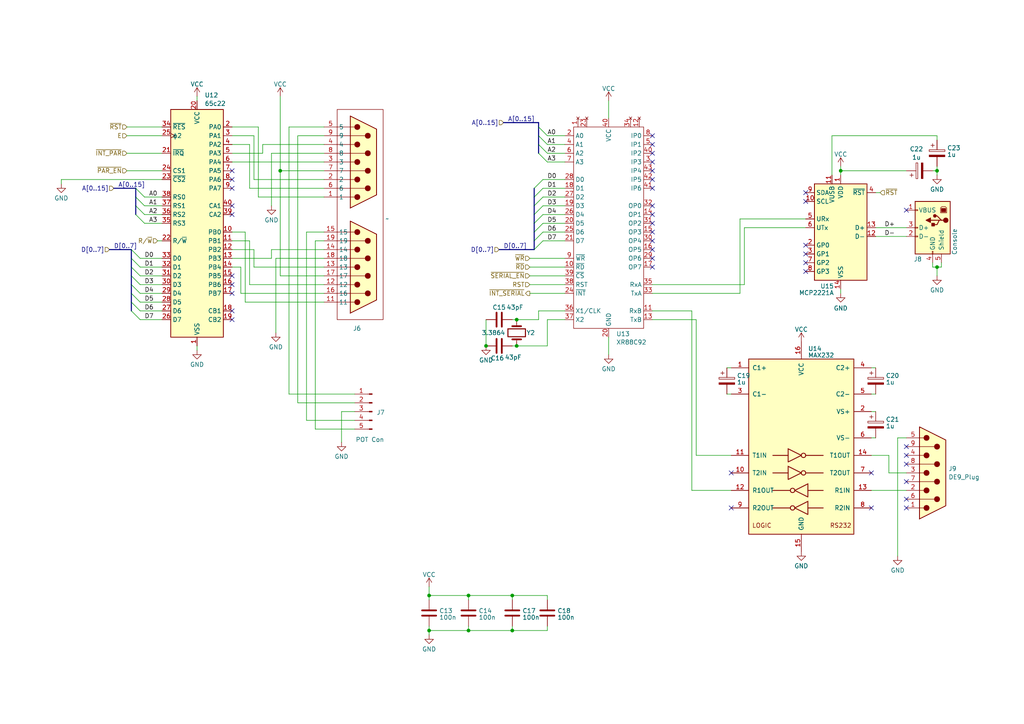
<source format=kicad_sch>
(kicad_sch (version 20231120) (generator "eeschema") (generator_version "8.0")
  (paper "A4")
  (lib_symbols
    (symbol "Connector:USB_B" (pin_names (offset 1.016))
      (property "Reference" "J" (at -5.08 11.43 0))
      (property "Value" "USB_B" (at -5.08 8.89 0))
      (symbol "USB_B_0_1"
        (rectangle (start -5.08 -7.62) (end 5.08 7.62) (stroke (width 0.254)) (fill (type background)))
        (circle (center -3.81 2.159) (radius 0.635) (stroke (width 0.254)) (fill (type outline)))
        (rectangle (start -3.81 5.588) (end -2.54 4.572) (fill (type outline)))
        (circle (center -0.635 3.429) (radius 0.381) (stroke (width 0.254)) (fill (type outline)))
        (rectangle (start -0.127 -7.62) (end 0.127 -6.858))
        (polyline (pts (xy -1.905 2.159) (xy 0.635 2.159)) (stroke (width 0.254)))
        (polyline (pts (xy -3.175 2.159) (xy -2.54 2.159) (xy -1.27 3.429) (xy -0.635 3.429)) (stroke (width 0.254)))
        (polyline (pts (xy -2.54 2.159) (xy -1.905 2.159) (xy -1.27 0.889) (xy 0 0.889)) (stroke (width 0.254)))
        (polyline (pts (xy 0.635 2.794) (xy 0.635 1.524) (xy 1.905 2.159) (xy 0.635 2.794)) (stroke (width 0.254)) (fill (type outline)))
        (polyline (pts (xy -4.064 4.318) (xy -2.286 4.318) (xy -2.286 5.715) (xy -2.667 6.096) (xy -3.683 6.096) (xy -4.064 5.715) (xy -4.064 4.318)))
        (rectangle (start 0.254 1.27) (end -0.508 0.508) (stroke (width 0.254)) (fill (type outline)))
        (rectangle (start 5.08 -2.667) (end 4.318 -2.413))
        (rectangle (start 5.08 -0.127) (end 4.318 0.127))
        (rectangle (start 5.08 4.953) (end 4.318 5.207))
      )
      (symbol "USB_B_1_1"
        (pin power_out line (at 7.62 5.08 180) (length 2.54) (name "VBUS") (number "1"))
        (pin bidirectional line (at 7.62 -2.54 180) (length 2.54) (name "D-") (number "2"))
        (pin bidirectional line (at 7.62 0 180) (length 2.54) (name "D+") (number "3"))
        (pin power_out line (at 0 -10.16 90) (length 2.54) (name "GND") (number "4"))
        (pin passive line (at -2.54 -10.16 90) (length 2.54) (name "Shield") (number "5"))
      )
    )
    (symbol "Device:C" (pin_numbers hide) (pin_names (offset 0.254))
      (property "Reference" "C" (at 0.635 2.54 0))
      (property "Value" "C" (at 0.635 -2.54 0))
      (symbol "C_0_1"
        (polyline (pts (xy -2.032 -0.762) (xy 2.032 -0.762)) (stroke (width 0.508)))
        (polyline (pts (xy -2.032 0.762) (xy 2.032 0.762)) (stroke (width 0.508)))
      )
      (symbol "C_1_1"
        (pin passive line (at 0 3.81 270) (length 2.794) (name "~") (number "1"))
        (pin passive line (at 0 -3.81 90) (length 2.794) (name "~") (number "2"))
      )
    )
    (symbol "Device:C_Polarized" (pin_numbers hide) (pin_names (offset 0.254))
      (property "Reference" "C" (at 0.635 2.54 0))
      (property "Value" "C_Polarized" (at 0.635 -2.54 0))
      (symbol "C_Polarized_0_1"
        (rectangle (start -2.286 0.508) (end 2.286 1.016))
        (polyline (pts (xy -1.778 2.286) (xy -0.762 2.286)))
        (polyline (pts (xy -1.27 2.794) (xy -1.27 1.778)))
        (rectangle (start 2.286 -0.508) (end -2.286 -1.016) (fill (type outline)))
      )
      (symbol "C_Polarized_1_1"
        (pin passive line (at 0 3.81 270) (length 2.794) (name "~") (number "1"))
        (pin passive line (at 0 -3.81 90) (length 2.794) (name "~") (number "2"))
      )
    )
    (symbol "Device:Crystal" (pin_numbers hide) (pin_names (offset 1.016) hide)
      (property "Reference" "Y" (at 0 3.81 0))
      (property "Value" "Crystal" (at 0 -3.81 0))
      (symbol "Crystal_0_1"
        (rectangle (start -1.143 2.54) (end 1.143 -2.54) (stroke (width 0.3048)))
        (polyline (pts (xy -2.54 0) (xy -1.905 0)))
        (polyline (pts (xy -1.905 -1.27) (xy -1.905 1.27)) (stroke (width 0.508)))
        (polyline (pts (xy 1.905 -1.27) (xy 1.905 1.27)) (stroke (width 0.508)))
        (polyline (pts (xy 2.54 0) (xy 1.905 0)))
      )
      (symbol "Crystal_1_1"
        (pin passive line (at -3.81 0 0) (length 1.27) (name "1") (number "1"))
        (pin passive line (at 3.81 0 180) (length 1.27) (name "2") (number "2"))
      )
    )
    (symbol "Dual-DB9:Conn_01x05_Pin" (pin_names (offset 1.016) hide)
      (property "Reference" "J" (at 0 7.62 0))
      (property "Value" "Conn_01x05_Pin" (at 0 -7.62 0))
      (symbol "Conn_01x05_Pin_1_1"
        (polyline (pts (xy 1.27 -5.08) (xy 0.8636 -5.08)) (stroke (width 0.1524)))
        (polyline (pts (xy 1.27 -2.54) (xy 0.8636 -2.54)) (stroke (width 0.1524)))
        (polyline (pts (xy 1.27 0) (xy 0.8636 0)) (stroke (width 0.1524)))
        (polyline (pts (xy 1.27 2.54) (xy 0.8636 2.54)) (stroke (width 0.1524)))
        (polyline (pts (xy 1.27 5.08) (xy 0.8636 5.08)) (stroke (width 0.1524)))
        (rectangle (start 0.8636 -4.953) (end 0 -5.207) (stroke (width 0.1524)) (fill (type outline)))
        (rectangle (start 0.8636 -2.413) (end 0 -2.667) (stroke (width 0.1524)) (fill (type outline)))
        (rectangle (start 0.8636 0.127) (end 0 -0.127) (stroke (width 0.1524)) (fill (type outline)))
        (rectangle (start 0.8636 2.667) (end 0 2.413) (stroke (width 0.1524)) (fill (type outline)))
        (rectangle (start 0.8636 5.207) (end 0 4.953) (stroke (width 0.1524)) (fill (type outline)))
        (pin passive line (at 5.08 5.08 180) (length 3.81) (name "Pin_1") (number "1"))
        (pin passive line (at 5.08 2.54 180) (length 3.81) (name "Pin_2") (number "2"))
        (pin passive line (at 5.08 0 180) (length 3.81) (name "Pin_3") (number "3"))
        (pin passive line (at 5.08 -2.54 180) (length 3.81) (name "Pin_4") (number "4"))
        (pin passive line (at 5.08 -5.08 180) (length 3.81) (name "Pin_5") (number "5"))
      )
    )
    (symbol "Dual-DB9:DE9_Plug" (pin_names (offset 1.016) hide)
      (property "Reference" "J" (at 0 13.97 0))
      (property "Value" "DE9_Plug" (at 0 -14.605 0))
      (symbol "DE9_Plug_0_1"
        (circle (center -1.778 -10.16) (radius 0.762) (fill (type outline)))
        (circle (center -1.778 -5.08) (radius 0.762) (fill (type outline)))
        (circle (center -1.778 0) (radius 0.762) (fill (type outline)))
        (circle (center -1.778 5.08) (radius 0.762) (fill (type outline)))
        (circle (center -1.778 10.16) (radius 0.762) (fill (type outline)))
        (polyline (pts (xy -3.81 -10.16) (xy -2.54 -10.16)))
        (polyline (pts (xy -3.81 -7.62) (xy 0.508 -7.62)))
        (polyline (pts (xy -3.81 -5.08) (xy -2.54 -5.08)))
        (polyline (pts (xy -3.81 -2.54) (xy 0.508 -2.54)))
        (polyline (pts (xy -3.81 0) (xy -2.54 0)))
        (polyline (pts (xy -3.81 2.54) (xy 0.508 2.54)))
        (polyline (pts (xy -3.81 5.08) (xy -2.54 5.08)))
        (polyline (pts (xy -3.81 7.62) (xy 0.508 7.62)))
        (polyline (pts (xy -3.81 10.16) (xy -2.54 10.16)))
        (polyline (pts (xy -3.81 -13.335) (xy -3.81 13.335) (xy 3.81 9.525) (xy 3.81 -9.525) (xy -3.81 -13.335)) (stroke (width 0.254)) (fill (type background)))
        (circle (center 1.27 -7.62) (radius 0.762) (fill (type outline)))
        (circle (center 1.27 -2.54) (radius 0.762) (fill (type outline)))
        (circle (center 1.27 2.54) (radius 0.762) (fill (type outline)))
        (circle (center 1.27 7.62) (radius 0.762) (fill (type outline)))
      )
      (symbol "DE9_Plug_1_1"
        (pin passive line (at -7.62 -10.16 0) (length 3.81) (name "1") (number "1"))
        (pin passive line (at -7.62 -5.08 0) (length 3.81) (name "2") (number "2"))
        (pin passive line (at -7.62 0 0) (length 3.81) (name "3") (number "3"))
        (pin passive line (at -7.62 5.08 0) (length 3.81) (name "4") (number "4"))
        (pin passive line (at -7.62 10.16 0) (length 3.81) (name "5") (number "5"))
        (pin passive line (at -7.62 -7.62 0) (length 3.81) (name "6") (number "6"))
        (pin passive line (at -7.62 -2.54 0) (length 3.81) (name "7") (number "7"))
        (pin passive line (at -7.62 2.54 0) (length 3.81) (name "8") (number "8"))
        (pin passive line (at -7.62 7.62 0) (length 3.81) (name "9") (number "9"))
      )
    )
    (symbol "Interface_UART:MAX232" (pin_names (offset 1.016))
      (property "Reference" "U" (at -2.54 28.575 0))
      (property "Value" "MAX232" (at -2.54 26.67 0))
      (symbol "MAX232_0_0"
        (text "LOGIC" (at -11.43 -22.86 0) (effects (font (size 1.27 1.27))))
        (text "RS232" (at 11.43 -22.86 0) (effects (font (size 1.27 1.27))))
      )
      (symbol "MAX232_0_1"
        (rectangle (start -15.24 -25.4) (end 15.24 25.4) (stroke (width 0.254)) (fill (type background)))
        (circle (center -2.54 -17.78) (radius 0.635) (stroke (width 0.254)))
        (circle (center -2.54 -12.7) (radius 0.635) (stroke (width 0.254)))
        (polyline (pts (xy -3.81 -7.62) (xy -8.255 -7.62)) (stroke (width 0.254)))
        (polyline (pts (xy -3.81 -2.54) (xy -8.255 -2.54)) (stroke (width 0.254)))
        (polyline (pts (xy -3.175 -17.78) (xy -8.255 -17.78)) (stroke (width 0.254)))
        (polyline (pts (xy -3.175 -12.7) (xy -8.255 -12.7)) (stroke (width 0.254)))
        (polyline (pts (xy 1.27 -7.62) (xy 6.35 -7.62)) (stroke (width 0.254)))
        (polyline (pts (xy 1.27 -2.54) (xy 6.35 -2.54)) (stroke (width 0.254)))
        (polyline (pts (xy 1.905 -17.78) (xy 6.35 -17.78)) (stroke (width 0.254)))
        (polyline (pts (xy 1.905 -12.7) (xy 6.35 -12.7)) (stroke (width 0.254)))
        (polyline (pts (xy -3.81 -5.715) (xy -3.81 -9.525) (xy 0 -7.62) (xy -3.81 -5.715)) (stroke (width 0.254)))
        (polyline (pts (xy -3.81 -0.635) (xy -3.81 -4.445) (xy 0 -2.54) (xy -3.81 -0.635)) (stroke (width 0.254)))
        (polyline (pts (xy 1.905 -15.875) (xy 1.905 -19.685) (xy -1.905 -17.78) (xy 1.905 -15.875)) (stroke (width 0.254)))
        (polyline (pts (xy 1.905 -10.795) (xy 1.905 -14.605) (xy -1.905 -12.7) (xy 1.905 -10.795)) (stroke (width 0.254)))
        (circle (center 0.635 -7.62) (radius 0.635) (stroke (width 0.254)))
        (circle (center 0.635 -2.54) (radius 0.635) (stroke (width 0.254)))
      )
      (symbol "MAX232_1_1"
        (pin passive line (at -20.32 22.86 0) (length 5.08) (name "C1+") (number "1"))
        (pin input line (at -20.32 -7.62 0) (length 5.08) (name "T2IN") (number "10"))
        (pin input line (at -20.32 -2.54 0) (length 5.08) (name "T1IN") (number "11"))
        (pin output line (at -20.32 -12.7 0) (length 5.08) (name "R1OUT") (number "12"))
        (pin input line (at 20.32 -12.7 180) (length 5.08) (name "R1IN") (number "13"))
        (pin output line (at 20.32 -2.54 180) (length 5.08) (name "T1OUT") (number "14"))
        (pin power_in line (at 0 -30.48 90) (length 5.08) (name "GND") (number "15"))
        (pin power_in line (at 0 30.48 270) (length 5.08) (name "VCC") (number "16"))
        (pin power_out line (at 20.32 10.16 180) (length 5.08) (name "VS+") (number "2"))
        (pin passive line (at -20.32 15.24 0) (length 5.08) (name "C1-") (number "3"))
        (pin passive line (at 20.32 22.86 180) (length 5.08) (name "C2+") (number "4"))
        (pin passive line (at 20.32 15.24 180) (length 5.08) (name "C2-") (number "5"))
        (pin power_out line (at 20.32 2.54 180) (length 5.08) (name "VS-") (number "6"))
        (pin output line (at 20.32 -7.62 180) (length 5.08) (name "T2OUT") (number "7"))
        (pin input line (at 20.32 -17.78 180) (length 5.08) (name "R2IN") (number "8"))
        (pin output line (at -20.32 -17.78 0) (length 5.08) (name "R2OUT") (number "9"))
      )
    )
    (symbol "Interface_USB:MCP2221AxP"
      (property "Reference" "U" (at -7.62 16.51 0))
      (property "Value" "MCP2221AxP" (at 12.7 16.51 0))
      (symbol "MCP2221AxP_0_1"
        (rectangle (start -7.62 15.24) (end 7.62 -12.7) (stroke (width 0.254)) (fill (type background)))
      )
      (symbol "MCP2221AxP_1_1"
        (pin power_in line (at 0 17.78 270) (length 2.54) (name "VDD") (number "1"))
        (pin bidirectional line (at 10.16 10.16 180) (length 2.54) (name "SCL") (number "10"))
        (pin passive line (at 2.54 17.78 270) (length 2.54) (name "VUSB") (number "11"))
        (pin bidirectional line (at -10.16 0 0) (length 2.54) (name "D-") (number "12"))
        (pin bidirectional line (at -10.16 2.54 0) (length 2.54) (name "D+") (number "13"))
        (pin power_in line (at 0 -15.24 90) (length 2.54) (name "VSS") (number "14"))
        (pin bidirectional line (at 10.16 -2.54 180) (length 2.54) (name "GP0") (number "2"))
        (pin bidirectional line (at 10.16 -5.08 180) (length 2.54) (name "GP1") (number "3"))
        (pin input line (at -10.16 12.7 0) (length 2.54) (name "~{RST}") (number "4"))
        (pin input line (at 10.16 5.08 180) (length 2.54) (name "URx") (number "5"))
        (pin output line (at 10.16 2.54 180) (length 2.54) (name "UTx") (number "6"))
        (pin bidirectional line (at 10.16 -7.62 180) (length 2.54) (name "GP2") (number "7"))
        (pin bidirectional line (at 10.16 -10.16 180) (length 2.54) (name "GP3") (number "8"))
        (pin bidirectional line (at 10.16 12.7 180) (length 2.54) (name "SDA") (number "9"))
      )
    )
    (symbol "PCM_65xx-library:6522"
      (property "Reference" "U" (at 2.54 38.1 0))
      (property "Value" "6522" (at 2.54 35.56 0))
      (symbol "6522_0_1"
        (rectangle (start -7.62 33.02) (end 7.62 -33.02) (stroke (width 0.254)) (fill (type background)))
      )
      (symbol "6522_1_1"
        (pin power_in line (at 0 -35.56 90) (length 2.54) (name "VSS") (number "1"))
        (pin bidirectional line (at 10.16 -2.54 180) (length 2.54) (name "PB0") (number "10"))
        (pin bidirectional line (at 10.16 -5.08 180) (length 2.54) (name "PB1") (number "11"))
        (pin bidirectional line (at 10.16 -7.62 180) (length 2.54) (name "PB2") (number "12"))
        (pin bidirectional line (at 10.16 -10.16 180) (length 2.54) (name "PB3") (number "13"))
        (pin bidirectional line (at 10.16 -12.7 180) (length 2.54) (name "PB4") (number "14"))
        (pin bidirectional line (at 10.16 -15.24 180) (length 2.54) (name "PB5") (number "15"))
        (pin bidirectional line (at 10.16 -17.78 180) (length 2.54) (name "PB6") (number "16"))
        (pin bidirectional line (at 10.16 -20.32 180) (length 2.54) (name "PB7") (number "17"))
        (pin input line (at 10.16 -25.4 180) (length 2.54) (name "CB1") (number "18"))
        (pin bidirectional line (at 10.16 -27.94 180) (length 2.54) (name "CB2") (number "19"))
        (pin bidirectional line (at 10.16 27.94 180) (length 2.54) (name "PA0") (number "2"))
        (pin power_in line (at 0 35.56 270) (length 2.54) (name "VCC") (number "20"))
        (pin open_collector line (at -10.16 20.32 0) (length 2.54) (name "~{IRQ}") (number "21"))
        (pin input line (at -10.16 -5.08 0) (length 2.54) (name "R/~{W}") (number "22"))
        (pin input line (at -10.16 12.7 0) (length 2.54) (name "~{CS2}") (number "23"))
        (pin input line (at -10.16 15.24 0) (length 2.54) (name "CS1") (number "24"))
        (pin input clock (at -10.16 25.4 0) (length 2.54) (name "ϕ2") (number "25"))
        (pin bidirectional line (at -10.16 -27.94 0) (length 2.54) (name "D7") (number "26"))
        (pin bidirectional line (at -10.16 -25.4 0) (length 2.54) (name "D6") (number "27"))
        (pin bidirectional line (at -10.16 -22.86 0) (length 2.54) (name "D5") (number "28"))
        (pin bidirectional line (at -10.16 -20.32 0) (length 2.54) (name "D4") (number "29"))
        (pin bidirectional line (at 10.16 25.4 180) (length 2.54) (name "PA1") (number "3"))
        (pin bidirectional line (at -10.16 -17.78 0) (length 2.54) (name "D3") (number "30"))
        (pin bidirectional line (at -10.16 -15.24 0) (length 2.54) (name "D2") (number "31"))
        (pin bidirectional line (at -10.16 -12.7 0) (length 2.54) (name "D1") (number "32"))
        (pin bidirectional line (at -10.16 -10.16 0) (length 2.54) (name "D0") (number "33"))
        (pin input line (at -10.16 27.94 0) (length 2.54) (name "~{RES}") (number "34"))
        (pin input line (at -10.16 0 0) (length 2.54) (name "RS3") (number "35"))
        (pin input line (at -10.16 2.54 0) (length 2.54) (name "RS2") (number "36"))
        (pin input line (at -10.16 5.08 0) (length 2.54) (name "RS1") (number "37"))
        (pin input line (at -10.16 7.62 0) (length 2.54) (name "RS0") (number "38"))
        (pin bidirectional line (at 10.16 2.54 180) (length 2.54) (name "CA2") (number "39"))
        (pin bidirectional line (at 10.16 22.86 180) (length 2.54) (name "PA2") (number "4"))
        (pin input line (at 10.16 5.08 180) (length 2.54) (name "CA1") (number "40"))
        (pin bidirectional line (at 10.16 20.32 180) (length 2.54) (name "PA3") (number "5"))
        (pin bidirectional line (at 10.16 17.78 180) (length 2.54) (name "PA4") (number "6"))
        (pin bidirectional line (at 10.16 15.24 180) (length 2.54) (name "PA5") (number "7"))
        (pin bidirectional line (at 10.16 12.7 180) (length 2.54) (name "PA6") (number "8"))
        (pin bidirectional line (at 10.16 10.16 180) (length 2.54) (name "PA7") (number "9"))
      )
    )
    (symbol "motherboard:Dual-DB9"
      (property "Reference" "J" (at -1.27 -33.782 0))
      (symbol "Dual-DB9_0_1"
        (polyline (pts (xy -2.54 -25.4) (xy 1.27 -25.4)))
        (polyline (pts (xy -2.54 -22.86) (xy 1.27 -22.86)))
        (polyline (pts (xy -2.54 -20.32) (xy -1.905 -20.32)))
        (polyline (pts (xy -2.54 -17.78) (xy 1.27 -17.78)))
        (polyline (pts (xy -2.54 -15.24) (xy 1.27 -15.24)))
        (polyline (pts (xy -2.54 -12.7) (xy 1.27 -12.7)))
        (polyline (pts (xy -2.54 -10.16) (xy 1.27 -10.16)))
        (polyline (pts (xy -2.54 -5.08) (xy 1.27 -5.08)))
        (polyline (pts (xy -2.54 5.08) (xy 1.27 5.08)))
        (polyline (pts (xy -2.54 7.62) (xy 1.27 7.62)))
        (polyline (pts (xy -2.54 10.16) (xy -1.905 10.16)))
        (polyline (pts (xy -2.54 12.7) (xy 1.27 12.7)))
        (polyline (pts (xy -2.54 15.24) (xy 1.27 15.24)))
        (polyline (pts (xy -2.54 17.78) (xy 1.27 17.78)))
        (polyline (pts (xy -2.54 20.32) (xy 1.27 20.32)))
        (polyline (pts (xy -2.54 25.4) (xy 1.27 25.4)))
        (polyline (pts (xy -1.905 -20.32) (xy 1.27 -20.32)))
        (polyline (pts (xy -1.905 10.16) (xy 1.27 10.16)))
        (polyline (pts (xy 1.27 -25.4) (xy 2.54 -25.4)))
        (polyline (pts (xy 1.27 -22.86) (xy 5.588 -22.86)))
        (polyline (pts (xy 1.27 -20.32) (xy 2.54 -20.32)))
        (polyline (pts (xy 1.27 -17.78) (xy 5.588 -17.78)))
        (polyline (pts (xy 1.27 -15.24) (xy 2.54 -15.24)))
        (polyline (pts (xy 1.27 -12.7) (xy 5.588 -12.7)))
        (polyline (pts (xy 1.27 -10.16) (xy 2.54 -10.16)))
        (polyline (pts (xy 1.27 -7.62) (xy -2.54 -7.62)))
        (polyline (pts (xy 1.27 -7.62) (xy 5.588 -7.62)))
        (polyline (pts (xy 1.27 -5.08) (xy 2.54 -5.08)))
        (polyline (pts (xy 1.27 5.08) (xy 2.54 5.08)))
        (polyline (pts (xy 1.27 7.62) (xy 5.588 7.62)))
        (polyline (pts (xy 1.27 10.16) (xy 2.54 10.16)))
        (polyline (pts (xy 1.27 12.7) (xy 5.588 12.7)))
        (polyline (pts (xy 1.27 15.24) (xy 2.54 15.24)))
        (polyline (pts (xy 1.27 17.78) (xy 5.588 17.78)))
        (polyline (pts (xy 1.27 20.32) (xy 2.54 20.32)))
        (polyline (pts (xy 1.27 22.86) (xy -2.54 22.86)))
        (polyline (pts (xy 1.27 22.86) (xy 5.588 22.86)))
        (polyline (pts (xy 1.27 25.4) (xy 2.54 25.4)))
        (polyline (pts (xy -2.54 30.48) (xy -2.54 -30.48) (xy 10.795 -30.48) (xy 10.795 30.48) (xy -2.54 30.48)))
        (polyline (pts (xy 1.27 -28.575) (xy 1.27 -1.905) (xy 8.89 -5.715) (xy 8.89 -24.765) (xy 1.27 -28.575)) (stroke (width 0.254)) (fill (type background)))
        (polyline (pts (xy 1.27 1.905) (xy 1.27 28.575) (xy 8.89 24.765) (xy 8.89 5.715) (xy 1.27 1.905)) (stroke (width 0.254)) (fill (type background)))
        (circle (center 3.302 -25.4) (radius 0.762) (fill (type outline)))
        (circle (center 3.302 -20.32) (radius 0.762) (fill (type outline)))
        (circle (center 3.302 -15.24) (radius 0.762) (fill (type outline)))
        (circle (center 3.302 -10.16) (radius 0.762) (fill (type outline)))
        (circle (center 3.302 -5.08) (radius 0.762) (fill (type outline)))
        (circle (center 3.302 5.08) (radius 0.762) (fill (type outline)))
        (circle (center 3.302 10.16) (radius 0.762) (fill (type outline)))
        (circle (center 3.302 15.24) (radius 0.762) (fill (type outline)))
        (circle (center 3.302 20.32) (radius 0.762) (fill (type outline)))
        (circle (center 3.302 25.4) (radius 0.762) (fill (type outline)))
        (circle (center 6.35 -22.86) (radius 0.762) (fill (type outline)))
        (circle (center 6.35 -17.78) (radius 0.762) (fill (type outline)))
        (circle (center 6.35 -12.7) (radius 0.762) (fill (type outline)))
        (circle (center 6.35 -7.62) (radius 0.762) (fill (type outline)))
        (circle (center 6.35 7.62) (radius 0.762) (fill (type outline)))
        (circle (center 6.35 12.7) (radius 0.762) (fill (type outline)))
        (circle (center 6.35 17.78) (radius 0.762) (fill (type outline)))
        (circle (center 6.35 22.86) (radius 0.762) (fill (type outline)))
      )
      (symbol "Dual-DB9_1_1"
        (pin passive line (at -6.35 5.08 0) (length 3.81) (name "1") (number "1"))
        (pin passive line (at -6.35 -25.4 0) (length 3.81) (name "11") (number "11"))
        (pin passive line (at -6.35 -20.32 0) (length 3.81) (name "12") (number "12"))
        (pin passive line (at -6.35 -15.24 0) (length 3.81) (name "13") (number "13"))
        (pin passive line (at -6.35 -10.16 0) (length 3.81) (name "14") (number "14"))
        (pin passive line (at -6.35 -5.08 0) (length 3.81) (name "15") (number "15"))
        (pin passive line (at -6.35 -22.86 0) (length 3.81) (name "16") (number "16"))
        (pin passive line (at -6.35 -17.78 0) (length 3.81) (name "17") (number "17"))
        (pin passive line (at -6.35 -12.7 0) (length 3.81) (name "18") (number "18"))
        (pin passive line (at -6.35 -7.62 0) (length 3.81) (name "19") (number "19"))
        (pin passive line (at -6.35 10.16 0) (length 3.81) (name "2") (number "2"))
        (pin passive line (at -6.35 15.24 0) (length 3.81) (name "3") (number "3"))
        (pin passive line (at -6.35 20.32 0) (length 3.81) (name "4") (number "4"))
        (pin passive line (at -6.35 25.4 0) (length 3.81) (name "5") (number "5"))
        (pin passive line (at -6.35 7.62 0) (length 3.81) (name "6") (number "6"))
        (pin passive line (at -6.35 12.7 0) (length 3.81) (name "7") (number "7"))
        (pin passive line (at -6.35 17.78 0) (length 3.81) (name "8") (number "8"))
        (pin passive line (at -6.35 22.86 0) (length 3.81) (name "9") (number "9"))
      )
    )
    (symbol "motherboard:scc2692_plcc44"
      (property "Reference" "U" (at 5.842 -0.254 0))
      (symbol "scc2692_plcc44_0_1"
        (rectangle (start -10.16 59.69) (end 10.16 1.27))
      )
      (symbol "scc2692_plcc44_1_1"
        (pin no_connect line (at -8.89 62.23 270) (length 2.54) (name "") (number "1"))
        (pin input line (at -12.7 19.05 0) (length 2.54) (name "~{RD}") (number "10"))
        (pin input line (at 12.7 6.35 180) (length 2.54) (name "RxB") (number "11"))
        (pin no_connect line (at 8.89 62.23 270) (length 2.54) (name "") (number "12"))
        (pin output line (at 12.7 3.81 180) (length 2.54) (name "TxB") (number "13"))
        (pin output line (at 12.7 34.29 180) (length 2.54) (name "OP1") (number "14"))
        (pin output line (at 12.7 29.21 180) (length 2.54) (name "OP3") (number "15"))
        (pin output line (at 12.7 24.13 180) (length 2.54) (name "OP5") (number "16"))
        (pin output line (at 12.7 19.05 180) (length 2.54) (name "OP7") (number "17"))
        (pin bidirectional line (at -12.7 41.91 0) (length 2.54) (name "D1") (number "18"))
        (pin bidirectional line (at -12.7 36.83 0) (length 2.54) (name "D3") (number "19"))
        (pin input line (at -12.7 57.15 0) (length 2.54) (name "A0") (number "2"))
        (pin bidirectional line (at -12.7 31.75 0) (length 2.54) (name "D5") (number "20"))
        (pin power_in line (at 0 -1.27 90) (length 2.54) (name "GND") (number "20"))
        (pin bidirectional line (at -12.7 26.67 0) (length 2.54) (name "D7") (number "21"))
        (pin no_connect line (at -6.35 62.23 270) (length 2.54) (name "") (number "23"))
        (pin output line (at -12.7 11.43 0) (length 2.54) (name "~{INT}") (number "24"))
        (pin bidirectional line (at -12.7 29.21 0) (length 2.54) (name "D6") (number "25"))
        (pin bidirectional line (at -12.7 34.29 0) (length 2.54) (name "D4") (number "26"))
        (pin bidirectional line (at -12.7 39.37 0) (length 2.54) (name "D2") (number "27"))
        (pin bidirectional line (at -12.7 44.45 0) (length 2.54) (name "D0") (number "28"))
        (pin output line (at 12.7 21.59 180) (length 2.54) (name "OP6") (number "29"))
        (pin input line (at 12.7 49.53 180) (length 2.54) (name "IP3") (number "3"))
        (pin output line (at 12.7 26.67 180) (length 2.54) (name "OP4") (number "30"))
        (pin output line (at 12.7 31.75 180) (length 2.54) (name "OP2") (number "31"))
        (pin output line (at 12.7 36.83 180) (length 2.54) (name "OP0") (number "32"))
        (pin output line (at 12.7 11.43 180) (length 2.54) (name "TxA") (number "33"))
        (pin no_connect line (at 6.35 62.23 270) (length 2.54) (name "") (number "34"))
        (pin input line (at 12.7 13.97 180) (length 2.54) (name "RxA") (number "35"))
        (pin input line (at -12.7 6.35 0) (length 2.54) (name "X1/CLK") (number "36"))
        (pin input line (at -12.7 3.81 0) (length 2.54) (name "X2") (number "37"))
        (pin input line (at -12.7 13.97 0) (length 2.54) (name "RST") (number "38"))
        (pin input line (at -12.7 16.51 0) (length 2.54) (name "~{CS}") (number "39"))
        (pin input line (at -12.7 54.61 0) (length 2.54) (name "A1") (number "4"))
        (pin input line (at 12.7 52.07 180) (length 2.54) (name "IP2") (number "40"))
        (pin power_in line (at 0 62.23 270) (length 2.54) (name "VCC") (number "40"))
        (pin bidirectional line (at 12.7 41.91 180) (length 2.54) (name "IP6") (number "41"))
        (pin bidirectional line (at 12.7 44.45 180) (length 2.54) (name "IP5") (number "42"))
        (pin bidirectional line (at 12.7 46.99 180) (length 2.54) (name "IP4") (number "43"))
        (pin input line (at 12.7 54.61 180) (length 2.54) (name "IP1") (number "5"))
        (pin input line (at -12.7 52.07 0) (length 2.54) (name "A2") (number "6"))
        (pin input line (at -12.7 49.53 0) (length 2.54) (name "A3") (number "7"))
        (pin input line (at 12.7 57.15 180) (length 2.54) (name "IP0") (number "8"))
        (pin input line (at -12.7 21.59 0) (length 2.54) (name "~{WR}") (number "9"))
      )
    )
    (symbol "power:GND" (power) (pin_names (offset 0))
      (property "Value" "GND" (at 0 -3.81 0))
      (symbol "GND_0_1"
        (polyline (pts (xy 0 0) (xy 0 -1.27) (xy 1.27 -1.27) (xy 0 -2.54) (xy -1.27 -1.27) (xy 0 -1.27)))
      )
      (symbol "GND_1_1"
        (pin power_in line (at 0 0 270) (length 0) hide (name "GND") (number "1"))
      )
    )
    (symbol "power:VCC" (power) (pin_names (offset 0))
      (property "Value" "VCC" (at 0 3.81 0))
      (symbol "VCC_0_1"
        (polyline (pts (xy -0.762 1.27) (xy 0 2.54)))
        (polyline (pts (xy 0 0) (xy 0 2.54)))
        (polyline (pts (xy 0 2.54) (xy 0.762 1.27)))
      )
      (symbol "VCC_1_1"
        (pin power_in line (at 0 0 90) (length 0) hide (name "VCC") (number "1"))
      )
    )
  )
  (junction (at 140.97 100.33))
  (junction (at 124.46 172.72))
  (junction (at 135.89 182.88))
  (junction (at 149.86 92.71))
  (junction (at 243.84 49.53))
  (junction (at 135.89 172.72))
  (junction (at 81.28 49.53))
  (junction (at 271.78 77.47))
  (junction (at 271.78 49.53))
  (junction (at 148.59 172.72))
  (junction (at 124.46 182.88))
  (junction (at 148.59 182.88))
  (junction (at 149.86 100.33))
  (no_connect (at 189.23 64.77))
  (no_connect (at 189.23 59.69))
  (no_connect (at 252.73 137.16))
  (no_connect (at 189.23 39.37))
  (no_connect (at 233.68 71.12))
  (no_connect (at 67.31 62.23))
  (no_connect (at 262.89 134.62))
  (no_connect (at 189.23 69.85))
  (no_connect (at 189.23 46.99))
  (no_connect (at 189.23 62.23))
  (no_connect (at 262.89 147.32))
  (no_connect (at 189.23 49.53))
  (no_connect (at 67.31 54.61))
  (no_connect (at 67.31 85.09))
  (no_connect (at 189.23 72.39))
  (no_connect (at 67.31 59.69))
  (no_connect (at 262.89 60.96))
  (no_connect (at 189.23 52.07))
  (no_connect (at 233.68 78.74))
  (no_connect (at 67.31 92.71))
  (no_connect (at 262.89 144.78))
  (no_connect (at 67.31 52.07))
  (no_connect (at 262.89 132.08))
  (no_connect (at 262.89 139.7))
  (no_connect (at 212.09 147.32))
  (no_connect (at 262.89 129.54))
  (no_connect (at 233.68 76.2))
  (no_connect (at 212.09 137.16))
  (no_connect (at 189.23 77.47))
  (no_connect (at 252.73 147.32))
  (no_connect (at 189.23 41.91))
  (no_connect (at 189.23 54.61))
  (no_connect (at 233.68 73.66))
  (no_connect (at 67.31 49.53))
  (no_connect (at 67.31 90.17))
  (no_connect (at 67.31 80.01))
  (no_connect (at 189.23 67.31))
  (no_connect (at 233.68 55.88))
  (no_connect (at 189.23 44.45))
  (no_connect (at 189.23 74.93))
  (no_connect (at 233.68 58.42))
  (no_connect (at 67.31 82.55))
  (bus_entry (at 39.37 62.23) (size 2.54 2.54))
  (bus_entry (at 156.21 41.91) (size 2.54 2.54))
  (bus_entry (at 39.37 54.61) (size 2.54 2.54))
  (bus_entry (at 154.94 62.23) (size 2.54 -2.54))
  (bus_entry (at 156.21 44.45) (size 2.54 2.54))
  (bus_entry (at 154.94 72.39) (size 2.54 -2.54))
  (bus_entry (at 38.1 82.55) (size 2.54 2.54))
  (bus_entry (at 154.94 64.77) (size 2.54 -2.54))
  (bus_entry (at 38.1 87.63) (size 2.54 2.54))
  (bus_entry (at 38.1 80.01) (size 2.54 2.54))
  (bus_entry (at 38.1 74.93) (size 2.54 2.54))
  (bus_entry (at 156.21 39.37) (size 2.54 2.54))
  (bus_entry (at 38.1 90.17) (size 2.54 2.54))
  (bus_entry (at 39.37 57.15) (size 2.54 2.54))
  (bus_entry (at 154.94 69.85) (size 2.54 -2.54))
  (bus_entry (at 156.21 36.83) (size 2.54 2.54))
  (bus_entry (at 154.94 57.15) (size 2.54 -2.54))
  (bus_entry (at 38.1 72.39) (size 2.54 2.54))
  (bus_entry (at 154.94 59.69) (size 2.54 -2.54))
  (bus_entry (at 38.1 85.09) (size 2.54 2.54))
  (bus_entry (at 154.94 54.61) (size 2.54 -2.54))
  (bus_entry (at 154.94 67.31) (size 2.54 -2.54))
  (bus_entry (at 39.37 59.69) (size 2.54 2.54))
  (bus_entry (at 38.1 77.47) (size 2.54 2.54))
  (wire (pts (xy 140.97 92.71) (xy 140.97 100.33)))
  (bus (pts (xy 156.21 39.37) (xy 156.21 41.91)))
  (wire (pts (xy 158.75 46.99) (xy 163.83 46.99)))
  (wire (pts (xy 93.98 77.47) (xy 73.66 77.47)))
  (wire (pts (xy 93.98 82.55) (xy 72.39 82.55)))
  (wire (pts (xy 243.84 48.26) (xy 243.84 49.53)))
  (wire (pts (xy 153.67 80.01) (xy 163.83 80.01)))
  (wire (pts (xy 81.28 27.94) (xy 81.28 49.53)))
  (wire (pts (xy 157.48 67.31) (xy 163.83 67.31)))
  (wire (pts (xy 40.64 77.47) (xy 46.99 77.47)))
  (wire (pts (xy 135.89 182.88) (xy 148.59 182.88)))
  (wire (pts (xy 69.85 85.09) (xy 69.85 77.47)))
  (wire (pts (xy 157.48 54.61) (xy 163.83 54.61)))
  (wire (pts (xy 93.98 54.61) (xy 72.39 54.61)))
  (wire (pts (xy 41.91 64.77) (xy 46.99 64.77)))
  (wire (pts (xy 149.86 100.33) (xy 158.75 100.33)))
  (wire (pts (xy 124.46 182.88) (xy 124.46 184.15)))
  (wire (pts (xy 36.83 39.37) (xy 46.99 39.37)))
  (wire (pts (xy 214.63 63.5) (xy 233.68 63.5)))
  (bus (pts (xy 144.78 72.39) (xy 154.94 72.39)))
  (wire (pts (xy 124.46 181.61) (xy 124.46 182.88)))
  (wire (pts (xy 252.73 114.3) (xy 254 114.3)))
  (bus (pts (xy 156.21 36.83) (xy 156.21 39.37)))
  (wire (pts (xy 78.74 72.39) (xy 78.74 74.93)))
  (bus (pts (xy 31.75 72.39) (xy 38.1 72.39)))
  (wire (pts (xy 40.64 82.55) (xy 46.99 82.55)))
  (wire (pts (xy 273.05 76.2) (xy 273.05 77.47)))
  (wire (pts (xy 78.74 74.93) (xy 67.31 74.93)))
  (bus (pts (xy 154.94 69.85) (xy 154.94 67.31)))
  (wire (pts (xy 148.59 172.72) (xy 158.75 172.72)))
  (bus (pts (xy 154.94 59.69) (xy 154.94 57.15)))
  (wire (pts (xy 135.89 182.88) (xy 135.89 181.61)))
  (wire (pts (xy 93.98 57.15) (xy 74.93 57.15)))
  (wire (pts (xy 74.93 36.83) (xy 67.31 36.83)))
  (wire (pts (xy 201.93 132.08) (xy 212.09 132.08)))
  (wire (pts (xy 73.66 52.07) (xy 73.66 39.37)))
  (bus (pts (xy 39.37 57.15) (xy 39.37 54.61)))
  (wire (pts (xy 210.82 106.68) (xy 212.09 106.68)))
  (wire (pts (xy 148.59 92.71) (xy 149.86 92.71)))
  (wire (pts (xy 72.39 41.91) (xy 72.39 54.61)))
  (wire (pts (xy 72.39 69.85) (xy 67.31 69.85)))
  (wire (pts (xy 91.44 124.46) (xy 91.44 69.85)))
  (wire (pts (xy 40.64 80.01) (xy 46.99 80.01)))
  (wire (pts (xy 252.73 132.08) (xy 257.81 132.08)))
  (wire (pts (xy 158.75 182.88) (xy 158.75 181.61)))
  (wire (pts (xy 86.36 39.37) (xy 93.98 39.37)))
  (wire (pts (xy 67.31 77.47) (xy 69.85 77.47)))
  (wire (pts (xy 124.46 182.88) (xy 135.89 182.88)))
  (bus (pts (xy 156.21 35.56) (xy 156.21 36.83)))
  (wire (pts (xy 73.66 39.37) (xy 67.31 39.37)))
  (wire (pts (xy 99.06 119.38) (xy 99.06 128.27)))
  (wire (pts (xy 93.98 87.63) (xy 71.12 87.63)))
  (wire (pts (xy 243.84 49.53) (xy 262.89 49.53)))
  (wire (pts (xy 40.64 74.93) (xy 46.99 74.93)))
  (wire (pts (xy 93.98 52.07) (xy 73.66 52.07)))
  (wire (pts (xy 45.72 69.85) (xy 46.99 69.85)))
  (wire (pts (xy 158.75 44.45) (xy 163.83 44.45)))
  (wire (pts (xy 78.74 72.39) (xy 93.98 72.39)))
  (wire (pts (xy 40.64 87.63) (xy 46.99 87.63)))
  (bus (pts (xy 38.1 77.47) (xy 38.1 80.01)))
  (wire (pts (xy 176.53 29.21) (xy 176.53 34.29)))
  (wire (pts (xy 135.89 172.72) (xy 148.59 172.72)))
  (wire (pts (xy 148.59 172.72) (xy 148.59 173.99)))
  (wire (pts (xy 81.28 49.53) (xy 81.28 80.01)))
  (wire (pts (xy 41.91 59.69) (xy 46.99 59.69)))
  (wire (pts (xy 157.48 64.77) (xy 163.83 64.77)))
  (wire (pts (xy 257.81 137.16) (xy 262.89 137.16)))
  (wire (pts (xy 157.48 62.23) (xy 163.83 62.23)))
  (wire (pts (xy 93.98 44.45) (xy 78.74 44.45)))
  (wire (pts (xy 157.48 57.15) (xy 163.83 57.15)))
  (wire (pts (xy 102.87 116.84) (xy 86.36 116.84)))
  (wire (pts (xy 215.9 66.04) (xy 233.68 66.04)))
  (wire (pts (xy 73.66 77.47) (xy 73.66 72.39)))
  (wire (pts (xy 252.73 119.38) (xy 254 119.38)))
  (wire (pts (xy 189.23 90.17) (xy 200.66 90.17)))
  (wire (pts (xy 41.91 57.15) (xy 46.99 57.15)))
  (wire (pts (xy 40.64 92.71) (xy 46.99 92.71)))
  (wire (pts (xy 271.78 49.53) (xy 271.78 50.8)))
  (wire (pts (xy 156.21 90.17) (xy 156.21 92.71)))
  (wire (pts (xy 91.44 69.85) (xy 93.98 69.85)))
  (wire (pts (xy 153.67 85.09) (xy 163.83 85.09)))
  (wire (pts (xy 158.75 41.91) (xy 163.83 41.91)))
  (wire (pts (xy 17.78 52.07) (xy 46.99 52.07)))
  (bus (pts (xy 156.21 41.91) (xy 156.21 44.45)))
  (wire (pts (xy 36.83 44.45) (xy 46.99 44.45)))
  (wire (pts (xy 148.59 182.88) (xy 158.75 182.88)))
  (bus (pts (xy 154.94 64.77) (xy 154.94 62.23)))
  (wire (pts (xy 201.93 92.71) (xy 201.93 132.08)))
  (wire (pts (xy 71.12 67.31) (xy 67.31 67.31)))
  (wire (pts (xy 57.15 27.94) (xy 57.15 29.21)))
  (wire (pts (xy 158.75 100.33) (xy 158.75 92.71)))
  (wire (pts (xy 124.46 172.72) (xy 135.89 172.72)))
  (wire (pts (xy 41.91 62.23) (xy 46.99 62.23)))
  (wire (pts (xy 93.98 74.93) (xy 80.01 74.93)))
  (wire (pts (xy 102.87 119.38) (xy 99.06 119.38)))
  (wire (pts (xy 40.64 85.09) (xy 46.99 85.09)))
  (wire (pts (xy 158.75 39.37) (xy 163.83 39.37)))
  (wire (pts (xy 76.2 44.45) (xy 67.31 44.45)))
  (wire (pts (xy 102.87 121.92) (xy 88.9 121.92)))
  (wire (pts (xy 243.84 83.82) (xy 243.84 85.09)))
  (wire (pts (xy 148.59 182.88) (xy 148.59 181.61)))
  (wire (pts (xy 57.15 100.33) (xy 57.15 101.6)))
  (bus (pts (xy 154.94 67.31) (xy 154.94 64.77)))
  (wire (pts (xy 153.67 77.47) (xy 163.83 77.47)))
  (wire (pts (xy 260.35 127) (xy 260.35 161.29)))
  (wire (pts (xy 252.73 106.68) (xy 254 106.68)))
  (wire (pts (xy 241.3 39.37) (xy 241.3 50.8)))
  (wire (pts (xy 78.74 44.45) (xy 78.74 59.69)))
  (wire (pts (xy 102.87 124.46) (xy 91.44 124.46)))
  (wire (pts (xy 200.66 142.24) (xy 212.09 142.24)))
  (wire (pts (xy 215.9 82.55) (xy 189.23 82.55)))
  (wire (pts (xy 214.63 63.5) (xy 214.63 85.09)))
  (wire (pts (xy 86.36 116.84) (xy 86.36 39.37)))
  (wire (pts (xy 189.23 92.71) (xy 201.93 92.71)))
  (wire (pts (xy 93.98 49.53) (xy 81.28 49.53)))
  (bus (pts (xy 39.37 59.69) (xy 39.37 57.15)))
  (wire (pts (xy 157.48 59.69) (xy 163.83 59.69)))
  (wire (pts (xy 83.82 114.3) (xy 102.87 114.3)))
  (wire (pts (xy 271.78 77.47) (xy 271.78 80.01)))
  (bus (pts (xy 38.1 80.01) (xy 38.1 82.55)))
  (wire (pts (xy 67.31 46.99) (xy 93.98 46.99)))
  (bus (pts (xy 38.1 82.55) (xy 38.1 85.09)))
  (wire (pts (xy 71.12 87.63) (xy 71.12 67.31)))
  (wire (pts (xy 176.53 102.87) (xy 176.53 97.79)))
  (wire (pts (xy 158.75 172.72) (xy 158.75 173.99)))
  (wire (pts (xy 271.78 39.37) (xy 241.3 39.37)))
  (bus (pts (xy 38.1 87.63) (xy 38.1 90.17)))
  (wire (pts (xy 271.78 40.64) (xy 271.78 39.37)))
  (wire (pts (xy 148.59 100.33) (xy 149.86 100.33)))
  (wire (pts (xy 93.98 85.09) (xy 69.85 85.09)))
  (wire (pts (xy 243.84 49.53) (xy 243.84 50.8)))
  (wire (pts (xy 252.73 127) (xy 254 127)))
  (bus (pts (xy 38.1 74.93) (xy 38.1 77.47)))
  (wire (pts (xy 271.78 77.47) (xy 270.51 77.47)))
  (wire (pts (xy 163.83 90.17) (xy 156.21 90.17)))
  (wire (pts (xy 17.78 52.07) (xy 17.78 53.34)))
  (wire (pts (xy 254 66.04) (xy 262.89 66.04)))
  (wire (pts (xy 72.39 41.91) (xy 67.31 41.91)))
  (wire (pts (xy 157.48 69.85) (xy 163.83 69.85)))
  (wire (pts (xy 124.46 170.18) (xy 124.46 172.72)))
  (wire (pts (xy 88.9 67.31) (xy 93.98 67.31)))
  (bus (pts (xy 146.05 35.56) (xy 156.21 35.56)))
  (wire (pts (xy 93.98 36.83) (xy 83.82 36.83)))
  (wire (pts (xy 80.01 74.93) (xy 80.01 96.52)))
  (wire (pts (xy 81.28 80.01) (xy 93.98 80.01)))
  (wire (pts (xy 215.9 66.04) (xy 215.9 82.55)))
  (wire (pts (xy 260.35 127) (xy 262.89 127)))
  (wire (pts (xy 73.66 72.39) (xy 67.31 72.39)))
  (bus (pts (xy 38.1 72.39) (xy 38.1 74.93)))
  (wire (pts (xy 153.67 82.55) (xy 163.83 82.55)))
  (wire (pts (xy 88.9 121.92) (xy 88.9 67.31)))
  (wire (pts (xy 271.78 77.47) (xy 273.05 77.47)))
  (bus (pts (xy 39.37 62.23) (xy 39.37 59.69)))
  (wire (pts (xy 40.64 90.17) (xy 46.99 90.17)))
  (wire (pts (xy 74.93 57.15) (xy 74.93 36.83)))
  (wire (pts (xy 270.51 49.53) (xy 271.78 49.53)))
  (wire (pts (xy 153.67 74.93) (xy 163.83 74.93)))
  (wire (pts (xy 83.82 36.83) (xy 83.82 114.3)))
  (wire (pts (xy 252.73 142.24) (xy 262.89 142.24)))
  (wire (pts (xy 135.89 172.72) (xy 135.89 173.99)))
  (wire (pts (xy 200.66 90.17) (xy 200.66 142.24)))
  (wire (pts (xy 271.78 48.26) (xy 271.78 49.53)))
  (wire (pts (xy 36.83 49.53) (xy 46.99 49.53)))
  (bus (pts (xy 154.94 72.39) (xy 154.94 69.85)))
  (bus (pts (xy 154.94 62.23) (xy 154.94 59.69)))
  (wire (pts (xy 270.51 76.2) (xy 270.51 77.47)))
  (wire (pts (xy 36.83 36.83) (xy 46.99 36.83)))
  (bus (pts (xy 154.94 57.15) (xy 154.94 54.61)))
  (wire (pts (xy 157.48 52.07) (xy 163.83 52.07)))
  (wire (pts (xy 210.82 114.3) (xy 212.09 114.3)))
  (bus (pts (xy 38.1 85.09) (xy 38.1 87.63)))
  (wire (pts (xy 257.81 132.08) (xy 257.81 137.16)))
  (wire (pts (xy 149.86 92.71) (xy 156.21 92.71)))
  (wire (pts (xy 158.75 92.71) (xy 163.83 92.71)))
  (bus (pts (xy 33.02 54.61) (xy 39.37 54.61)))
  (wire (pts (xy 72.39 82.55) (xy 72.39 69.85)))
  (wire (pts (xy 76.2 41.91) (xy 76.2 44.45)))
  (wire (pts (xy 93.98 41.91) (xy 76.2 41.91)))
  (wire (pts (xy 189.23 85.09) (xy 214.63 85.09)))
  (wire (pts (xy 255.27 55.88) (xy 254 55.88)))
  (wire (pts (xy 124.46 172.72) (xy 124.46 173.99)))
  (wire (pts (xy 254 68.58) (xy 262.89 68.58)))
  (text "~" (at 165.1 59.436 0) (effects (font (size 1.27 1.27))))
  (label "D5" (at 41.91 87.63 0))
  (label "D[0..7]" (at 33.02 72.39 0))
  (label "A2" (at 43.18 62.23 0))
  (label "A1" (at 158.75 41.91 0))
  (label "D[0..7]" (at 146.05 72.39 0))
  (label "D3" (at 158.75 59.69 0))
  (label "A[0..15]" (at 34.29 54.61 0))
  (label "A0" (at 158.75 39.37 0))
  (label "D0" (at 41.91 74.93 0))
  (label "D7" (at 41.91 92.71 0))
  (label "D4" (at 41.91 85.09 0))
  (label "A1" (at 43.18 59.69 0))
  (label "D-" (at 256.54 68.58 0))
  (label "D0" (at 158.75 52.07 0))
  (label "A3" (at 43.18 64.77 0))
  (label "D3" (at 41.91 82.55 0))
  (label "D7" (at 158.75 69.85 0))
  (label "A[0..15]" (at 147.32 35.56 0))
  (label "A3" (at 158.75 46.99 0))
  (label "D2" (at 158.75 57.15 0))
  (label "D6" (at 41.91 90.17 0))
  (label "D6" (at 158.75 67.31 0))
  (label "D4" (at 158.75 62.23 0))
  (label "D5" (at 158.75 64.77 0))
  (label "D+" (at 256.54 66.04 0))
  (label "A2" (at 158.75 44.45 0))
  (label "D2" (at 41.91 80.01 0))
  (label "D1" (at 158.75 54.61 0))
  (label "A0" (at 43.18 57.15 0))
  (label "D1" (at 41.91 77.47 0))
  (hierarchical_label "E" (shape input) (at 36.83 39.37 180))
  (hierarchical_label "~{INT_PAR}" (shape input) (at 36.83 44.45 180))
  (hierarchical_label "R{slash}~{W}" (shape input) (at 45.72 69.85 180))
  (hierarchical_label "A[0..15]" (shape input) (at 146.05 35.56 180))
  (hierarchical_label "D[0..7]" (shape input) (at 144.78 72.39 180))
  (hierarchical_label "~{WR}" (shape input) (at 153.67 74.93 180))
  (hierarchical_label "RST" (shape input) (at 153.67 82.55 180))
  (hierarchical_label "~{PAR_EN}" (shape input) (at 36.83 49.53 180))
  (hierarchical_label "D[0..7]" (shape input) (at 31.75 72.39 180))
  (hierarchical_label "~{RST}" (shape input) (at 36.83 36.83 180))
  (hierarchical_label "~{SERIAL_EN}" (shape input) (at 153.67 80.01 180))
  (hierarchical_label "~{RD}" (shape input) (at 153.67 77.47 180))
  (hierarchical_label "A[0..15]" (shape input) (at 33.02 54.61 180))
  (hierarchical_label "~{RST}" (shape input) (at 255.27 55.88 0))
  (hierarchical_label "~{INT_SERIAL}" (shape output) (at 153.67 85.09 180))
  (symbol (lib_id "power:VCC") (at 243.84 48.26 0) (unit 1)
    (property "Reference" "#PWR043" (effects (hide yes)))
    (property "Value" "VCC" (at 243.84 44.7581 0))
  )
  (symbol (lib_id "Dual-DB9:Conn_01x05_Pin") (at 107.95 119.38 0) (mirror y) (unit 1)
    (property "Reference" "J7" (at 109.22 119.634 0) (effects (justify right)))
    (property "Value" "POT Con" (at 103.124 127.508 0) (effects (justify right)))
    (property "Footprint" "Connector_PinHeader_2.54mm:PinHeader_1x05_P2.54mm_Vertical" (effects (hide yes)))
    (property "Description" "Generic connector, single row, 01x05, script generated" (effects (hide yes)))
  )
  (symbol (lib_id "Interface_USB:MCP2221AxP") (at 243.84 68.58 0) (mirror y) (unit 1)
    (property "Reference" "U15" (at 241.8841 83.0025 0) (effects (justify left)))
    (property "Value" "MCP2221A" (at 241.8841 84.9235 0) (effects (justify left)))
    (property "Footprint" "Package_DIP:DIP-14_W7.62mm_Socket" (effects (hide yes)))
    (property "Datasheet" "http://ww1.microchip.com/downloads/en/DeviceDoc/20005565B.pdf" (effects (hide yes)))
  )
  (symbol (lib_id "power:VCC") (at 57.15 27.94 0) (unit 1)
    (property "Reference" "#PWR030" (effects (hide yes)))
    (property "Value" "VCC" (at 57.15 24.4381 0))
  )
  (symbol (lib_id "Device:C_Polarized") (at 254 110.49 0) (unit 1)
    (property "Reference" "C20" (at 256.921 108.9573 0) (effects (justify left)))
    (property "Value" "1u" (at 256.921 110.8783 0) (effects (justify left)))
    (property "Footprint" "Capacitor_THT:CP_Radial_D4.0mm_P2.00mm" (effects (hide yes)))
  )
  (symbol (lib_id "power:GND") (at 176.53 102.87 0) (unit 1)
    (property "Reference" "#PWR040" (effects (hide yes)))
    (property "Value" "GND" (at 176.53 107.0055 0))
  )
  (symbol (lib_id "Connector:USB_B") (at 270.51 66.04 0) (mirror y) (unit 1)
    (property "Reference" "J8" (at 266.192 75.184 0))
    (property "Value" "Console" (at 276.86 70.104 90))
    (property "Footprint" "Connector_USB:USB_B_Lumberg_2411_02_Horizontal" (effects (hide yes)))
    (property "Datasheet" " ~" (effects (hide yes)))
  )
  (symbol (lib_id "motherboard:scc2692_plcc44") (at 176.53 96.52 0) (unit 1)
    (property "Reference" "U13" (at 178.7241 96.8431 0) (effects (justify left)))
    (property "Value" "XR88C92" (at 178.7241 99.2674 0) (effects (justify left)))
    (property "Footprint" "Package_LCC:PLCC-44_THT-Socket" (effects (hide yes)))
  )
  (symbol (lib_id "power:GND") (at 271.78 80.01 0) (unit 1)
    (property "Reference" "#PWR047" (effects (hide yes)))
    (property "Value" "GND" (at 271.78 84.1455 0))
  )
  (symbol (lib_id "power:GND") (at 124.46 184.15 0) (unit 1)
    (property "Reference" "#PWR037" (effects (hide yes)))
    (property "Value" "GND" (at 124.46 188.2855 0))
  )
  (symbol (lib_id "power:GND") (at 78.74 59.69 0) (unit 1)
    (property "Reference" "#PWR032" (effects (hide yes)))
    (property "Value" "GND" (at 78.74 63.8255 0))
  )
  (symbol (lib_id "power:GND") (at 17.78 53.34 0) (unit 1)
    (property "Reference" "#PWR029" (effects (hide yes)))
    (property "Value" "GND" (at 17.78 57.4755 0))
  )
  (symbol (lib_id "Device:Crystal") (at 149.86 96.52 270) (mirror x) (unit 1)
    (property "Reference" "Y2" (at 155.194 96.52 90) (effects (justify right)))
    (property "Value" "3.3864" (at 146.558 96.52 90) (effects (justify right)))
    (property "Footprint" "Crystal:Crystal_HC49-U_Vertical" (effects (hide yes)))
    (property "Description" "Two pin crystal" (effects (hide yes)))
  )
  (symbol (lib_id "power:VCC") (at 81.28 27.94 0) (unit 1)
    (property "Reference" "#PWR034" (effects (hide yes)))
    (property "Value" "VCC" (at 81.28 24.4381 0))
  )
  (symbol (lib_id "PCM_65xx-library:6522") (at 57.15 64.77 0) (unit 1)
    (property "Reference" "U12" (at 59.3441 27.6055 0) (effects (justify left)))
    (property "Value" "65c22" (at 59.3441 30.0298 0) (effects (justify left)))
    (property "Footprint" "Package_DIP:DIP-40_W15.24mm_Socket" (effects (hide yes)))
    (property "Datasheet" "http://www.6502.org/documents/datasheets/mos/mos_6522_preliminary_nov_1977.pdf" (effects (hide yes)))
  )
  (symbol (lib_id "power:GND") (at 232.41 160.02 0) (unit 1)
    (property "Reference" "#PWR042" (effects (hide yes)))
    (property "Value" "GND" (at 232.41 164.1555 0))
  )
  (symbol (lib_id "power:GND") (at 99.06 128.27 0) (unit 1)
    (property "Reference" "#PWR035" (effects (hide yes)))
    (property "Value" "GND" (at 99.06 132.4055 0))
  )
  (symbol (lib_id "power:VCC") (at 176.53 29.21 0) (unit 1)
    (property "Reference" "#PWR039" (effects (hide yes)))
    (property "Value" "VCC" (at 176.53 25.7081 0))
  )
  (symbol (lib_id "power:GND") (at 80.01 96.52 0) (unit 1)
    (property "Reference" "#PWR033" (effects (hide yes)))
    (property "Value" "GND" (at 80.01 100.6555 0))
  )
  (symbol (lib_id "power:GND") (at 140.97 100.33 0) (unit 1)
    (property "Reference" "#PWR038" (effects (hide yes)))
    (property "Value" "GND" (at 140.97 104.4655 0))
  )
  (symbol (lib_id "motherboard:Dual-DB9") (at 100.33 62.23 0) (unit 1)
    (property "Reference" "J6" (at 102.362 95.25 0) (effects (justify left)))
    (property "Value" "~" (at 111.76 63.4422 0) (effects (justify left)))
    (property "Footprint" "kicad-lib:DSUB-9-Double_NorComp" (effects (hide yes)))
  )
  (symbol (lib_id "Device:C") (at 144.78 92.71 270) (mirror x) (unit 1)
    (property "Reference" "C15" (at 144.78 89.154 90))
    (property "Value" "43pF" (at 149.352 89.154 90))
    (property "Footprint" "Capacitor_THT:C_Disc_D5.0mm_W2.5mm_P2.50mm" (effects (hide yes)))
  )
  (symbol (lib_id "Dual-DB9:DE9_Plug") (at 270.51 137.16 0) (unit 1)
    (property "Reference" "J9" (at 275.082 135.9478 0) (effects (justify left)))
    (property "Value" "DE9_Plug" (at 275.082 138.3721 0) (effects (justify left)))
    (property "Footprint" "kicad-lib:23018431" (effects (hide yes)))
    (property "Datasheet" " ~" (effects (hide yes)))
    (property "Description" "9-pin male plug pin D-SUB connector" (effects (hide yes)))
  )
  (symbol (lib_id "Device:C_Polarized") (at 271.78 44.45 0) (unit 1)
    (property "Reference" "C23" (at 274.701 42.9173 0) (effects (justify left)))
    (property "Value" "1u" (at 274.701 44.8383 0) (effects (justify left)))
    (property "Footprint" "Capacitor_THT:CP_Radial_D4.0mm_P2.00mm" (effects (hide yes)))
  )
  (symbol (lib_id "power:GND") (at 57.15 101.6 0) (unit 1)
    (property "Reference" "#PWR031" (effects (hide yes)))
    (property "Value" "GND" (at 57.15 105.7355 0))
  )
  (symbol (lib_id "Device:C") (at 124.46 177.8 0) (unit 1)
    (property "Reference" "C13" (at 127.381 177.1563 0) (effects (justify left)))
    (property "Value" "100n" (at 127.381 179.0773 0) (effects (justify left)))
    (property "Footprint" "Capacitor_THT:C_Disc_D5.0mm_W2.5mm_P2.50mm" (effects (hide yes)))
  )
  (symbol (lib_id "power:GND") (at 243.84 85.09 0) (unit 1)
    (property "Reference" "#PWR044" (effects (hide yes)))
    (property "Value" "GND" (at 243.84 89.408 0))
  )
  (symbol (lib_id "Device:C") (at 135.89 177.8 0) (unit 1)
    (property "Reference" "C14" (at 138.811 177.1563 0) (effects (justify left)))
    (property "Value" "100n" (at 138.811 179.0773 0) (effects (justify left)))
    (property "Footprint" "Capacitor_THT:C_Disc_D5.0mm_W2.5mm_P2.50mm" (effects (hide yes)))
  )
  (symbol (lib_id "Device:C") (at 144.78 100.33 270) (mirror x) (unit 1)
    (property "Reference" "C16" (at 144.272 103.886 90))
    (property "Value" "43pF" (at 148.844 103.632 90))
    (property "Footprint" "Capacitor_THT:C_Disc_D5.0mm_W2.5mm_P2.50mm" (effects (hide yes)))
  )
  (symbol (lib_id "power:GND") (at 260.35 161.29 0) (unit 1)
    (property "Reference" "#PWR045" (effects (hide yes)))
    (property "Value" "GND" (at 260.35 165.4255 0))
  )
  (symbol (lib_id "Device:C_Polarized") (at 210.82 110.49 0) (unit 1)
    (property "Reference" "C19" (at 213.741 108.9573 0) (effects (justify left)))
    (property "Value" "1u" (at 213.741 110.8783 0) (effects (justify left)))
    (property "Footprint" "Capacitor_THT:CP_Radial_D4.0mm_P2.00mm" (effects (hide yes)))
  )
  (symbol (lib_id "Device:C_Polarized") (at 266.7 49.53 90) (unit 1)
    (property "Reference" "C22" (at 265.811 43.2265 90))
    (property "Value" "1u" (at 265.811 45.6508 90))
    (property "Footprint" "Capacitor_THT:CP_Radial_D4.0mm_P2.00mm" (effects (hide yes)))
  )
  (symbol (lib_id "Device:C_Polarized") (at 254 123.19 0) (unit 1)
    (property "Reference" "C21" (at 256.921 121.6573 0) (effects (justify left)))
    (property "Value" "1u" (at 256.921 123.5783 0) (effects (justify left)))
    (property "Footprint" "Capacitor_THT:CP_Radial_D4.0mm_P2.00mm" (effects (hide yes)))
  )
  (symbol (lib_id "power:GND") (at 271.78 50.8 0) (unit 1)
    (property "Reference" "#PWR046" (effects (hide yes)))
    (property "Value" "GND" (at 271.78 54.9355 0))
  )
  (symbol (lib_id "Device:C") (at 158.75 177.8 0) (unit 1)
    (property "Reference" "C18" (at 161.671 177.1563 0) (effects (justify left)))
    (property "Value" "100n" (at 161.671 179.0773 0) (effects (justify left)))
    (property "Footprint" "Capacitor_THT:C_Disc_D5.0mm_W2.5mm_P2.50mm" (effects (hide yes)))
  )
  (symbol (lib_id "power:VCC") (at 232.41 99.06 0) (unit 1)
    (property "Reference" "#PWR041" (effects (hide yes)))
    (property "Value" "VCC" (at 232.41 95.5581 0))
  )
  (symbol (lib_id "power:VCC") (at 124.46 170.18 0) (unit 1)
    (property "Reference" "#PWR036" (effects (hide yes)))
    (property "Value" "VCC" (at 124.46 166.6781 0))
  )
  (symbol (lib_id "Interface_UART:MAX232") (at 232.41 129.54 0) (unit 1)
    (property "Reference" "U14" (at 234.3659 101.1301 0) (effects (justify left)))
    (property "Value" "MAX232" (at 234.3659 103.0511 0) (effects (justify left)))
    (property "Footprint" "Package_DIP:DIP-16_W7.62mm_Socket" (effects (hide yes)))
    (property "Datasheet" "http://www.ti.com/lit/ds/symlink/max232.pdf" (effects (hide yes)))
  )
  (symbol (lib_id "Device:C") (at 148.59 177.8 0) (unit 1)
    (property "Reference" "C17" (at 151.511 177.1563 0) (effects (justify left)))
    (property "Value" "100n" (at 151.511 179.0773 0) (effects (justify left)))
    (property "Footprint" "Capacitor_THT:C_Disc_D5.0mm_W2.5mm_P2.50mm" (effects (hide yes)))
  )
)
</source>
